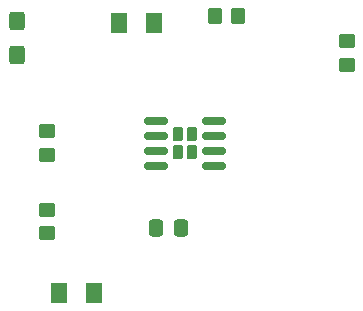
<source format=gbr>
%TF.GenerationSoftware,KiCad,Pcbnew,(6.0.10)*%
%TF.CreationDate,2023-02-17T12:01:16-08:00*%
%TF.ProjectId,lab5exercise2,6c616235-6578-4657-9263-697365322e6b,rev?*%
%TF.SameCoordinates,Original*%
%TF.FileFunction,Paste,Top*%
%TF.FilePolarity,Positive*%
%FSLAX46Y46*%
G04 Gerber Fmt 4.6, Leading zero omitted, Abs format (unit mm)*
G04 Created by KiCad (PCBNEW (6.0.10)) date 2023-02-17 12:01:16*
%MOMM*%
%LPD*%
G01*
G04 APERTURE LIST*
G04 Aperture macros list*
%AMRoundRect*
0 Rectangle with rounded corners*
0 $1 Rounding radius*
0 $2 $3 $4 $5 $6 $7 $8 $9 X,Y pos of 4 corners*
0 Add a 4 corners polygon primitive as box body*
4,1,4,$2,$3,$4,$5,$6,$7,$8,$9,$2,$3,0*
0 Add four circle primitives for the rounded corners*
1,1,$1+$1,$2,$3*
1,1,$1+$1,$4,$5*
1,1,$1+$1,$6,$7*
1,1,$1+$1,$8,$9*
0 Add four rect primitives between the rounded corners*
20,1,$1+$1,$2,$3,$4,$5,0*
20,1,$1+$1,$4,$5,$6,$7,0*
20,1,$1+$1,$6,$7,$8,$9,0*
20,1,$1+$1,$8,$9,$2,$3,0*%
G04 Aperture macros list end*
%ADD10RoundRect,0.250001X0.462499X0.624999X-0.462499X0.624999X-0.462499X-0.624999X0.462499X-0.624999X0*%
%ADD11RoundRect,0.250000X-0.450000X0.350000X-0.450000X-0.350000X0.450000X-0.350000X0.450000X0.350000X0*%
%ADD12RoundRect,0.250000X0.450000X-0.350000X0.450000X0.350000X-0.450000X0.350000X-0.450000X-0.350000X0*%
%ADD13RoundRect,0.230000X-0.230000X-0.375000X0.230000X-0.375000X0.230000X0.375000X-0.230000X0.375000X0*%
%ADD14RoundRect,0.150000X-0.825000X-0.150000X0.825000X-0.150000X0.825000X0.150000X-0.825000X0.150000X0*%
%ADD15RoundRect,0.250000X0.350000X0.450000X-0.350000X0.450000X-0.350000X-0.450000X0.350000X-0.450000X0*%
%ADD16RoundRect,0.250000X0.425000X-0.537500X0.425000X0.537500X-0.425000X0.537500X-0.425000X-0.537500X0*%
%ADD17RoundRect,0.250001X-0.462499X-0.624999X0.462499X-0.624999X0.462499X0.624999X-0.462499X0.624999X0*%
%ADD18RoundRect,0.250000X0.337500X0.475000X-0.337500X0.475000X-0.337500X-0.475000X0.337500X-0.475000X0*%
G04 APERTURE END LIST*
D10*
%TO.C,D2*%
X143727500Y-106680000D03*
X140752500Y-106680000D03*
%TD*%
D11*
%TO.C,R3*%
X139700000Y-92980000D03*
X139700000Y-94980000D03*
%TD*%
D12*
%TO.C,R1*%
X165100000Y-87360000D03*
X165100000Y-85360000D03*
%TD*%
D13*
%TO.C,U1*%
X151982500Y-94730000D03*
X151982500Y-93230000D03*
X150842500Y-93230000D03*
X150842500Y-94730000D03*
D14*
X148937500Y-92075000D03*
X148937500Y-93345000D03*
X148937500Y-94615000D03*
X148937500Y-95885000D03*
X153887500Y-95885000D03*
X153887500Y-94615000D03*
X153887500Y-93345000D03*
X153887500Y-92075000D03*
%TD*%
D15*
%TO.C,R2*%
X155940000Y-83195000D03*
X153940000Y-83195000D03*
%TD*%
D16*
%TO.C,C1*%
X137165000Y-86475000D03*
X137165000Y-83600000D03*
%TD*%
D17*
%TO.C,D1*%
X145832500Y-83820000D03*
X148807500Y-83820000D03*
%TD*%
D11*
%TO.C,R4*%
X139700000Y-99600000D03*
X139700000Y-101600000D03*
%TD*%
D18*
%TO.C,C2*%
X151077500Y-101122504D03*
X149002500Y-101122504D03*
%TD*%
M02*

</source>
